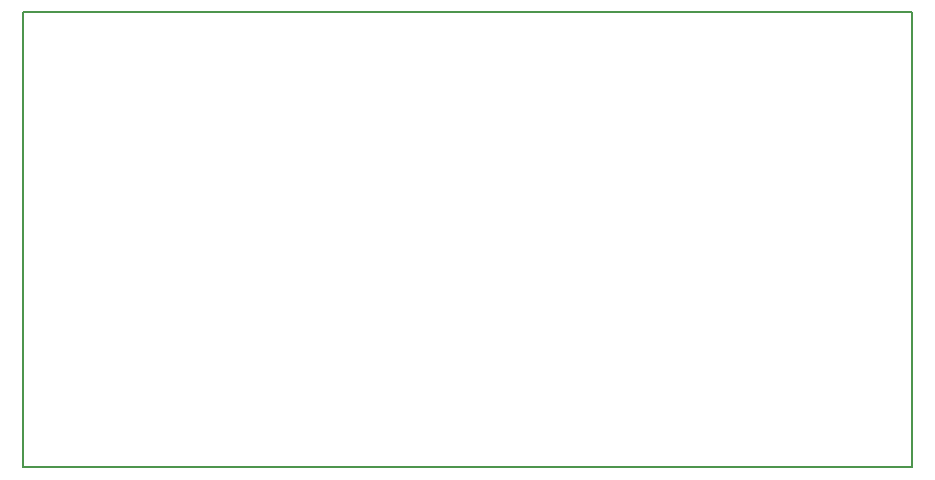
<source format=gm1>
G04 #@! TF.FileFunction,Profile,NP*
%FSLAX46Y46*%
G04 Gerber Fmt 4.6, Leading zero omitted, Abs format (unit mm)*
G04 Created by KiCad (PCBNEW 4.0.7) date 12/11/17 20:33:10*
%MOMM*%
%LPD*%
G01*
G04 APERTURE LIST*
%ADD10C,0.100000*%
%ADD11C,0.200000*%
G04 APERTURE END LIST*
D10*
D11*
X46837600Y-54505860D02*
X44206160Y-54505860D01*
X44203620Y-93050360D02*
X44203620Y-54523640D01*
X119425720Y-93050360D02*
X44203620Y-93050360D01*
X119425720Y-54505860D02*
X119425720Y-93050360D01*
X46835060Y-54505860D02*
X119425720Y-54505860D01*
M02*

</source>
